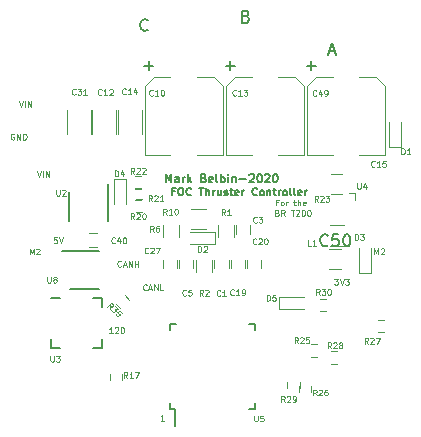
<source format=gto>
G04 #@! TF.GenerationSoftware,KiCad,Pcbnew,(5.1.5)-3*
G04 #@! TF.CreationDate,2020-04-05T02:52:48-02:30*
G04 #@! TF.ProjectId,Thruster_Controller,54687275-7374-4657-925f-436f6e74726f,rev?*
G04 #@! TF.SameCoordinates,Original*
G04 #@! TF.FileFunction,Legend,Top*
G04 #@! TF.FilePolarity,Positive*
%FSLAX46Y46*%
G04 Gerber Fmt 4.6, Leading zero omitted, Abs format (unit mm)*
G04 Created by KiCad (PCBNEW (5.1.5)-3) date 2020-04-05 02:52:48*
%MOMM*%
%LPD*%
G04 APERTURE LIST*
%ADD10C,0.125000*%
%ADD11C,0.150000*%
%ADD12C,0.120000*%
G04 APERTURE END LIST*
D10*
X105526666Y-98566785D02*
X105360000Y-98566785D01*
X105360000Y-98828690D02*
X105360000Y-98328690D01*
X105598095Y-98328690D01*
X105860000Y-98828690D02*
X105812380Y-98804880D01*
X105788571Y-98781071D01*
X105764761Y-98733452D01*
X105764761Y-98590595D01*
X105788571Y-98542976D01*
X105812380Y-98519166D01*
X105860000Y-98495357D01*
X105931428Y-98495357D01*
X105979047Y-98519166D01*
X106002857Y-98542976D01*
X106026666Y-98590595D01*
X106026666Y-98733452D01*
X106002857Y-98781071D01*
X105979047Y-98804880D01*
X105931428Y-98828690D01*
X105860000Y-98828690D01*
X106240952Y-98828690D02*
X106240952Y-98495357D01*
X106240952Y-98590595D02*
X106264761Y-98542976D01*
X106288571Y-98519166D01*
X106336190Y-98495357D01*
X106383809Y-98495357D01*
X106860000Y-98495357D02*
X107050476Y-98495357D01*
X106931428Y-98328690D02*
X106931428Y-98757261D01*
X106955238Y-98804880D01*
X107002857Y-98828690D01*
X107050476Y-98828690D01*
X107217142Y-98828690D02*
X107217142Y-98328690D01*
X107431428Y-98828690D02*
X107431428Y-98566785D01*
X107407619Y-98519166D01*
X107360000Y-98495357D01*
X107288571Y-98495357D01*
X107240952Y-98519166D01*
X107217142Y-98542976D01*
X107860000Y-98804880D02*
X107812380Y-98828690D01*
X107717142Y-98828690D01*
X107669523Y-98804880D01*
X107645714Y-98757261D01*
X107645714Y-98566785D01*
X107669523Y-98519166D01*
X107717142Y-98495357D01*
X107812380Y-98495357D01*
X107860000Y-98519166D01*
X107883809Y-98566785D01*
X107883809Y-98614404D01*
X107645714Y-98662023D01*
X105490952Y-99441785D02*
X105562380Y-99465595D01*
X105586190Y-99489404D01*
X105610000Y-99537023D01*
X105610000Y-99608452D01*
X105586190Y-99656071D01*
X105562380Y-99679880D01*
X105514761Y-99703690D01*
X105324285Y-99703690D01*
X105324285Y-99203690D01*
X105490952Y-99203690D01*
X105538571Y-99227500D01*
X105562380Y-99251309D01*
X105586190Y-99298928D01*
X105586190Y-99346547D01*
X105562380Y-99394166D01*
X105538571Y-99417976D01*
X105490952Y-99441785D01*
X105324285Y-99441785D01*
X106110000Y-99703690D02*
X105943333Y-99465595D01*
X105824285Y-99703690D02*
X105824285Y-99203690D01*
X106014761Y-99203690D01*
X106062380Y-99227500D01*
X106086190Y-99251309D01*
X106110000Y-99298928D01*
X106110000Y-99370357D01*
X106086190Y-99417976D01*
X106062380Y-99441785D01*
X106014761Y-99465595D01*
X105824285Y-99465595D01*
X106633809Y-99203690D02*
X106919523Y-99203690D01*
X106776666Y-99703690D02*
X106776666Y-99203690D01*
X107062380Y-99251309D02*
X107086190Y-99227500D01*
X107133809Y-99203690D01*
X107252857Y-99203690D01*
X107300476Y-99227500D01*
X107324285Y-99251309D01*
X107348095Y-99298928D01*
X107348095Y-99346547D01*
X107324285Y-99417976D01*
X107038571Y-99703690D01*
X107348095Y-99703690D01*
X107657619Y-99203690D02*
X107705238Y-99203690D01*
X107752857Y-99227500D01*
X107776666Y-99251309D01*
X107800476Y-99298928D01*
X107824285Y-99394166D01*
X107824285Y-99513214D01*
X107800476Y-99608452D01*
X107776666Y-99656071D01*
X107752857Y-99679880D01*
X107705238Y-99703690D01*
X107657619Y-99703690D01*
X107610000Y-99679880D01*
X107586190Y-99656071D01*
X107562380Y-99608452D01*
X107538571Y-99513214D01*
X107538571Y-99394166D01*
X107562380Y-99298928D01*
X107586190Y-99251309D01*
X107610000Y-99227500D01*
X107657619Y-99203690D01*
X108133809Y-99203690D02*
X108181428Y-99203690D01*
X108229047Y-99227500D01*
X108252857Y-99251309D01*
X108276666Y-99298928D01*
X108300476Y-99394166D01*
X108300476Y-99513214D01*
X108276666Y-99608452D01*
X108252857Y-99656071D01*
X108229047Y-99679880D01*
X108181428Y-99703690D01*
X108133809Y-99703690D01*
X108086190Y-99679880D01*
X108062380Y-99656071D01*
X108038571Y-99608452D01*
X108014761Y-99513214D01*
X108014761Y-99394166D01*
X108038571Y-99298928D01*
X108062380Y-99251309D01*
X108086190Y-99227500D01*
X108133809Y-99203690D01*
D11*
X96802380Y-97643571D02*
X96585714Y-97643571D01*
X96585714Y-97984047D02*
X96585714Y-97334047D01*
X96895238Y-97334047D01*
X97266666Y-97334047D02*
X97390476Y-97334047D01*
X97452380Y-97365000D01*
X97514285Y-97426904D01*
X97545238Y-97550714D01*
X97545238Y-97767380D01*
X97514285Y-97891190D01*
X97452380Y-97953095D01*
X97390476Y-97984047D01*
X97266666Y-97984047D01*
X97204761Y-97953095D01*
X97142857Y-97891190D01*
X97111904Y-97767380D01*
X97111904Y-97550714D01*
X97142857Y-97426904D01*
X97204761Y-97365000D01*
X97266666Y-97334047D01*
X98195238Y-97922142D02*
X98164285Y-97953095D01*
X98071428Y-97984047D01*
X98009523Y-97984047D01*
X97916666Y-97953095D01*
X97854761Y-97891190D01*
X97823809Y-97829285D01*
X97792857Y-97705476D01*
X97792857Y-97612619D01*
X97823809Y-97488809D01*
X97854761Y-97426904D01*
X97916666Y-97365000D01*
X98009523Y-97334047D01*
X98071428Y-97334047D01*
X98164285Y-97365000D01*
X98195238Y-97395952D01*
X98876190Y-97334047D02*
X99247619Y-97334047D01*
X99061904Y-97984047D02*
X99061904Y-97334047D01*
X99464285Y-97984047D02*
X99464285Y-97334047D01*
X99742857Y-97984047D02*
X99742857Y-97643571D01*
X99711904Y-97581666D01*
X99649999Y-97550714D01*
X99557142Y-97550714D01*
X99495238Y-97581666D01*
X99464285Y-97612619D01*
X100052380Y-97984047D02*
X100052380Y-97550714D01*
X100052380Y-97674523D02*
X100083333Y-97612619D01*
X100114285Y-97581666D01*
X100176190Y-97550714D01*
X100238095Y-97550714D01*
X100733333Y-97550714D02*
X100733333Y-97984047D01*
X100454761Y-97550714D02*
X100454761Y-97891190D01*
X100485714Y-97953095D01*
X100547619Y-97984047D01*
X100640476Y-97984047D01*
X100702380Y-97953095D01*
X100733333Y-97922142D01*
X101011904Y-97953095D02*
X101073809Y-97984047D01*
X101197619Y-97984047D01*
X101259523Y-97953095D01*
X101290476Y-97891190D01*
X101290476Y-97860238D01*
X101259523Y-97798333D01*
X101197619Y-97767380D01*
X101104761Y-97767380D01*
X101042857Y-97736428D01*
X101011904Y-97674523D01*
X101011904Y-97643571D01*
X101042857Y-97581666D01*
X101104761Y-97550714D01*
X101197619Y-97550714D01*
X101259523Y-97581666D01*
X101476190Y-97550714D02*
X101723809Y-97550714D01*
X101569047Y-97334047D02*
X101569047Y-97891190D01*
X101599999Y-97953095D01*
X101661904Y-97984047D01*
X101723809Y-97984047D01*
X102188095Y-97953095D02*
X102126190Y-97984047D01*
X102002380Y-97984047D01*
X101940476Y-97953095D01*
X101909523Y-97891190D01*
X101909523Y-97643571D01*
X101940476Y-97581666D01*
X102002380Y-97550714D01*
X102126190Y-97550714D01*
X102188095Y-97581666D01*
X102219047Y-97643571D01*
X102219047Y-97705476D01*
X101909523Y-97767380D01*
X102497619Y-97984047D02*
X102497619Y-97550714D01*
X102497619Y-97674523D02*
X102528571Y-97612619D01*
X102559523Y-97581666D01*
X102621428Y-97550714D01*
X102683333Y-97550714D01*
X103766666Y-97922142D02*
X103735714Y-97953095D01*
X103642857Y-97984047D01*
X103580952Y-97984047D01*
X103488095Y-97953095D01*
X103426190Y-97891190D01*
X103395238Y-97829285D01*
X103364285Y-97705476D01*
X103364285Y-97612619D01*
X103395238Y-97488809D01*
X103426190Y-97426904D01*
X103488095Y-97365000D01*
X103580952Y-97334047D01*
X103642857Y-97334047D01*
X103735714Y-97365000D01*
X103766666Y-97395952D01*
X104138095Y-97984047D02*
X104076190Y-97953095D01*
X104045238Y-97922142D01*
X104014285Y-97860238D01*
X104014285Y-97674523D01*
X104045238Y-97612619D01*
X104076190Y-97581666D01*
X104138095Y-97550714D01*
X104230952Y-97550714D01*
X104292857Y-97581666D01*
X104323809Y-97612619D01*
X104354761Y-97674523D01*
X104354761Y-97860238D01*
X104323809Y-97922142D01*
X104292857Y-97953095D01*
X104230952Y-97984047D01*
X104138095Y-97984047D01*
X104633333Y-97550714D02*
X104633333Y-97984047D01*
X104633333Y-97612619D02*
X104664285Y-97581666D01*
X104726190Y-97550714D01*
X104819047Y-97550714D01*
X104880952Y-97581666D01*
X104911904Y-97643571D01*
X104911904Y-97984047D01*
X105128571Y-97550714D02*
X105376190Y-97550714D01*
X105221428Y-97334047D02*
X105221428Y-97891190D01*
X105252380Y-97953095D01*
X105314285Y-97984047D01*
X105376190Y-97984047D01*
X105592857Y-97984047D02*
X105592857Y-97550714D01*
X105592857Y-97674523D02*
X105623809Y-97612619D01*
X105654761Y-97581666D01*
X105716666Y-97550714D01*
X105778571Y-97550714D01*
X106088095Y-97984047D02*
X106026190Y-97953095D01*
X105995238Y-97922142D01*
X105964285Y-97860238D01*
X105964285Y-97674523D01*
X105995238Y-97612619D01*
X106026190Y-97581666D01*
X106088095Y-97550714D01*
X106180952Y-97550714D01*
X106242857Y-97581666D01*
X106273809Y-97612619D01*
X106304761Y-97674523D01*
X106304761Y-97860238D01*
X106273809Y-97922142D01*
X106242857Y-97953095D01*
X106180952Y-97984047D01*
X106088095Y-97984047D01*
X106676190Y-97984047D02*
X106614285Y-97953095D01*
X106583333Y-97891190D01*
X106583333Y-97334047D01*
X107016666Y-97984047D02*
X106954761Y-97953095D01*
X106923809Y-97891190D01*
X106923809Y-97334047D01*
X107511904Y-97953095D02*
X107449999Y-97984047D01*
X107326190Y-97984047D01*
X107264285Y-97953095D01*
X107233333Y-97891190D01*
X107233333Y-97643571D01*
X107264285Y-97581666D01*
X107326190Y-97550714D01*
X107449999Y-97550714D01*
X107511904Y-97581666D01*
X107542857Y-97643571D01*
X107542857Y-97705476D01*
X107233333Y-97767380D01*
X107821428Y-97984047D02*
X107821428Y-97550714D01*
X107821428Y-97674523D02*
X107852380Y-97612619D01*
X107883333Y-97581666D01*
X107945238Y-97550714D01*
X108007142Y-97550714D01*
D10*
X85172380Y-95936190D02*
X85339047Y-96436190D01*
X85505714Y-95936190D01*
X85672380Y-96436190D02*
X85672380Y-95936190D01*
X85910476Y-96436190D02*
X85910476Y-95936190D01*
X86196190Y-96436190D01*
X86196190Y-95936190D01*
X86804761Y-101516190D02*
X86566666Y-101516190D01*
X86542857Y-101754285D01*
X86566666Y-101730476D01*
X86614285Y-101706666D01*
X86733333Y-101706666D01*
X86780952Y-101730476D01*
X86804761Y-101754285D01*
X86828571Y-101801904D01*
X86828571Y-101920952D01*
X86804761Y-101968571D01*
X86780952Y-101992380D01*
X86733333Y-102016190D01*
X86614285Y-102016190D01*
X86566666Y-101992380D01*
X86542857Y-101968571D01*
X86971428Y-101516190D02*
X87138095Y-102016190D01*
X87304761Y-101516190D01*
X84525238Y-102976190D02*
X84525238Y-102476190D01*
X84691904Y-102833333D01*
X84858571Y-102476190D01*
X84858571Y-102976190D01*
X85072857Y-102523809D02*
X85096666Y-102500000D01*
X85144285Y-102476190D01*
X85263333Y-102476190D01*
X85310952Y-102500000D01*
X85334761Y-102523809D01*
X85358571Y-102571428D01*
X85358571Y-102619047D01*
X85334761Y-102690476D01*
X85049047Y-102976190D01*
X85358571Y-102976190D01*
X91556666Y-109636190D02*
X91270952Y-109636190D01*
X91413809Y-109636190D02*
X91413809Y-109136190D01*
X91366190Y-109207619D01*
X91318571Y-109255238D01*
X91270952Y-109279047D01*
X91747142Y-109183809D02*
X91770952Y-109160000D01*
X91818571Y-109136190D01*
X91937619Y-109136190D01*
X91985238Y-109160000D01*
X92009047Y-109183809D01*
X92032857Y-109231428D01*
X92032857Y-109279047D01*
X92009047Y-109350476D01*
X91723333Y-109636190D01*
X92032857Y-109636190D01*
X92342380Y-109136190D02*
X92390000Y-109136190D01*
X92437619Y-109160000D01*
X92461428Y-109183809D01*
X92485238Y-109231428D01*
X92509047Y-109326666D01*
X92509047Y-109445714D01*
X92485238Y-109540952D01*
X92461428Y-109588571D01*
X92437619Y-109612380D01*
X92390000Y-109636190D01*
X92342380Y-109636190D01*
X92294761Y-109612380D01*
X92270952Y-109588571D01*
X92247142Y-109540952D01*
X92223333Y-109445714D01*
X92223333Y-109326666D01*
X92247142Y-109231428D01*
X92270952Y-109183809D01*
X92294761Y-109160000D01*
X92342380Y-109136190D01*
X92256666Y-103958571D02*
X92232857Y-103982380D01*
X92161428Y-104006190D01*
X92113809Y-104006190D01*
X92042380Y-103982380D01*
X91994761Y-103934761D01*
X91970952Y-103887142D01*
X91947142Y-103791904D01*
X91947142Y-103720476D01*
X91970952Y-103625238D01*
X91994761Y-103577619D01*
X92042380Y-103530000D01*
X92113809Y-103506190D01*
X92161428Y-103506190D01*
X92232857Y-103530000D01*
X92256666Y-103553809D01*
X92447142Y-103863333D02*
X92685238Y-103863333D01*
X92399523Y-104006190D02*
X92566190Y-103506190D01*
X92732857Y-104006190D01*
X92899523Y-104006190D02*
X92899523Y-103506190D01*
X93185238Y-104006190D01*
X93185238Y-103506190D01*
X93423333Y-104006190D02*
X93423333Y-103506190D01*
X93423333Y-103744285D02*
X93709047Y-103744285D01*
X93709047Y-104006190D02*
X93709047Y-103506190D01*
X94426190Y-105958571D02*
X94402380Y-105982380D01*
X94330952Y-106006190D01*
X94283333Y-106006190D01*
X94211904Y-105982380D01*
X94164285Y-105934761D01*
X94140476Y-105887142D01*
X94116666Y-105791904D01*
X94116666Y-105720476D01*
X94140476Y-105625238D01*
X94164285Y-105577619D01*
X94211904Y-105530000D01*
X94283333Y-105506190D01*
X94330952Y-105506190D01*
X94402380Y-105530000D01*
X94426190Y-105553809D01*
X94616666Y-105863333D02*
X94854761Y-105863333D01*
X94569047Y-106006190D02*
X94735714Y-105506190D01*
X94902380Y-106006190D01*
X95069047Y-106006190D02*
X95069047Y-105506190D01*
X95354761Y-106006190D01*
X95354761Y-105506190D01*
X95830952Y-106006190D02*
X95592857Y-106006190D01*
X95592857Y-105506190D01*
X95892857Y-117046190D02*
X95607142Y-117046190D01*
X95750000Y-117046190D02*
X95750000Y-116546190D01*
X95702380Y-116617619D01*
X95654761Y-116665238D01*
X95607142Y-116689047D01*
X110320952Y-105036190D02*
X110630476Y-105036190D01*
X110463809Y-105226666D01*
X110535238Y-105226666D01*
X110582857Y-105250476D01*
X110606666Y-105274285D01*
X110630476Y-105321904D01*
X110630476Y-105440952D01*
X110606666Y-105488571D01*
X110582857Y-105512380D01*
X110535238Y-105536190D01*
X110392380Y-105536190D01*
X110344761Y-105512380D01*
X110320952Y-105488571D01*
X110773333Y-105036190D02*
X110940000Y-105536190D01*
X111106666Y-105036190D01*
X111225714Y-105036190D02*
X111535238Y-105036190D01*
X111368571Y-105226666D01*
X111440000Y-105226666D01*
X111487619Y-105250476D01*
X111511428Y-105274285D01*
X111535238Y-105321904D01*
X111535238Y-105440952D01*
X111511428Y-105488571D01*
X111487619Y-105512380D01*
X111440000Y-105536190D01*
X111297142Y-105536190D01*
X111249523Y-105512380D01*
X111225714Y-105488571D01*
X113715238Y-102966190D02*
X113715238Y-102466190D01*
X113881904Y-102823333D01*
X114048571Y-102466190D01*
X114048571Y-102966190D01*
X114262857Y-102513809D02*
X114286666Y-102490000D01*
X114334285Y-102466190D01*
X114453333Y-102466190D01*
X114500952Y-102490000D01*
X114524761Y-102513809D01*
X114548571Y-102561428D01*
X114548571Y-102609047D01*
X114524761Y-102680476D01*
X114239047Y-102966190D01*
X114548571Y-102966190D01*
D11*
X109871904Y-85776666D02*
X110348095Y-85776666D01*
X109776666Y-86062380D02*
X110110000Y-85062380D01*
X110443333Y-86062380D01*
X102851428Y-82818571D02*
X102994285Y-82866190D01*
X103041904Y-82913809D01*
X103089523Y-83009047D01*
X103089523Y-83151904D01*
X103041904Y-83247142D01*
X102994285Y-83294761D01*
X102899047Y-83342380D01*
X102518095Y-83342380D01*
X102518095Y-82342380D01*
X102851428Y-82342380D01*
X102946666Y-82390000D01*
X102994285Y-82437619D01*
X103041904Y-82532857D01*
X103041904Y-82628095D01*
X102994285Y-82723333D01*
X102946666Y-82770952D01*
X102851428Y-82818571D01*
X102518095Y-82818571D01*
X94509523Y-83947142D02*
X94461904Y-83994761D01*
X94319047Y-84042380D01*
X94223809Y-84042380D01*
X94080952Y-83994761D01*
X93985714Y-83899523D01*
X93938095Y-83804285D01*
X93890476Y-83613809D01*
X93890476Y-83470952D01*
X93938095Y-83280476D01*
X93985714Y-83185238D01*
X94080952Y-83090000D01*
X94223809Y-83042380D01*
X94319047Y-83042380D01*
X94461904Y-83090000D01*
X94509523Y-83137619D01*
D10*
X83652380Y-90006190D02*
X83819047Y-90506190D01*
X83985714Y-90006190D01*
X84152380Y-90506190D02*
X84152380Y-90006190D01*
X84390476Y-90506190D02*
X84390476Y-90006190D01*
X84676190Y-90506190D01*
X84676190Y-90006190D01*
X83209047Y-92770000D02*
X83161428Y-92746190D01*
X83090000Y-92746190D01*
X83018571Y-92770000D01*
X82970952Y-92817619D01*
X82947142Y-92865238D01*
X82923333Y-92960476D01*
X82923333Y-93031904D01*
X82947142Y-93127142D01*
X82970952Y-93174761D01*
X83018571Y-93222380D01*
X83090000Y-93246190D01*
X83137619Y-93246190D01*
X83209047Y-93222380D01*
X83232857Y-93198571D01*
X83232857Y-93031904D01*
X83137619Y-93031904D01*
X83447142Y-93246190D02*
X83447142Y-92746190D01*
X83732857Y-93246190D01*
X83732857Y-92746190D01*
X83970952Y-93246190D02*
X83970952Y-92746190D01*
X84090000Y-92746190D01*
X84161428Y-92770000D01*
X84209047Y-92817619D01*
X84232857Y-92865238D01*
X84256666Y-92960476D01*
X84256666Y-93031904D01*
X84232857Y-93127142D01*
X84209047Y-93174761D01*
X84161428Y-93222380D01*
X84090000Y-93246190D01*
X83970952Y-93246190D01*
D11*
X96053333Y-96866666D02*
X96053333Y-96166666D01*
X96286666Y-96666666D01*
X96520000Y-96166666D01*
X96520000Y-96866666D01*
X97153333Y-96866666D02*
X97153333Y-96500000D01*
X97120000Y-96433333D01*
X97053333Y-96400000D01*
X96920000Y-96400000D01*
X96853333Y-96433333D01*
X97153333Y-96833333D02*
X97086666Y-96866666D01*
X96920000Y-96866666D01*
X96853333Y-96833333D01*
X96820000Y-96766666D01*
X96820000Y-96700000D01*
X96853333Y-96633333D01*
X96920000Y-96600000D01*
X97086666Y-96600000D01*
X97153333Y-96566666D01*
X97486666Y-96866666D02*
X97486666Y-96400000D01*
X97486666Y-96533333D02*
X97520000Y-96466666D01*
X97553333Y-96433333D01*
X97620000Y-96400000D01*
X97686666Y-96400000D01*
X97920000Y-96866666D02*
X97920000Y-96166666D01*
X97986666Y-96600000D02*
X98186666Y-96866666D01*
X98186666Y-96400000D02*
X97920000Y-96666666D01*
X99253333Y-96500000D02*
X99353333Y-96533333D01*
X99386666Y-96566666D01*
X99420000Y-96633333D01*
X99420000Y-96733333D01*
X99386666Y-96800000D01*
X99353333Y-96833333D01*
X99286666Y-96866666D01*
X99020000Y-96866666D01*
X99020000Y-96166666D01*
X99253333Y-96166666D01*
X99320000Y-96200000D01*
X99353333Y-96233333D01*
X99386666Y-96300000D01*
X99386666Y-96366666D01*
X99353333Y-96433333D01*
X99320000Y-96466666D01*
X99253333Y-96500000D01*
X99020000Y-96500000D01*
X99986666Y-96833333D02*
X99920000Y-96866666D01*
X99786666Y-96866666D01*
X99720000Y-96833333D01*
X99686666Y-96766666D01*
X99686666Y-96500000D01*
X99720000Y-96433333D01*
X99786666Y-96400000D01*
X99920000Y-96400000D01*
X99986666Y-96433333D01*
X100020000Y-96500000D01*
X100020000Y-96566666D01*
X99686666Y-96633333D01*
X100420000Y-96866666D02*
X100353333Y-96833333D01*
X100320000Y-96766666D01*
X100320000Y-96166666D01*
X100686666Y-96866666D02*
X100686666Y-96166666D01*
X100686666Y-96433333D02*
X100753333Y-96400000D01*
X100886666Y-96400000D01*
X100953333Y-96433333D01*
X100986666Y-96466666D01*
X101020000Y-96533333D01*
X101020000Y-96733333D01*
X100986666Y-96800000D01*
X100953333Y-96833333D01*
X100886666Y-96866666D01*
X100753333Y-96866666D01*
X100686666Y-96833333D01*
X101320000Y-96866666D02*
X101320000Y-96400000D01*
X101320000Y-96166666D02*
X101286666Y-96200000D01*
X101320000Y-96233333D01*
X101353333Y-96200000D01*
X101320000Y-96166666D01*
X101320000Y-96233333D01*
X101653333Y-96400000D02*
X101653333Y-96866666D01*
X101653333Y-96466666D02*
X101686666Y-96433333D01*
X101753333Y-96400000D01*
X101853333Y-96400000D01*
X101920000Y-96433333D01*
X101953333Y-96500000D01*
X101953333Y-96866666D01*
X102286666Y-96600000D02*
X102820000Y-96600000D01*
X103120000Y-96233333D02*
X103153333Y-96200000D01*
X103220000Y-96166666D01*
X103386666Y-96166666D01*
X103453333Y-96200000D01*
X103486666Y-96233333D01*
X103520000Y-96300000D01*
X103520000Y-96366666D01*
X103486666Y-96466666D01*
X103086666Y-96866666D01*
X103520000Y-96866666D01*
X103953333Y-96166666D02*
X104020000Y-96166666D01*
X104086666Y-96200000D01*
X104120000Y-96233333D01*
X104153333Y-96300000D01*
X104186666Y-96433333D01*
X104186666Y-96600000D01*
X104153333Y-96733333D01*
X104120000Y-96800000D01*
X104086666Y-96833333D01*
X104020000Y-96866666D01*
X103953333Y-96866666D01*
X103886666Y-96833333D01*
X103853333Y-96800000D01*
X103820000Y-96733333D01*
X103786666Y-96600000D01*
X103786666Y-96433333D01*
X103820000Y-96300000D01*
X103853333Y-96233333D01*
X103886666Y-96200000D01*
X103953333Y-96166666D01*
X104453333Y-96233333D02*
X104486666Y-96200000D01*
X104553333Y-96166666D01*
X104720000Y-96166666D01*
X104786666Y-96200000D01*
X104820000Y-96233333D01*
X104853333Y-96300000D01*
X104853333Y-96366666D01*
X104820000Y-96466666D01*
X104420000Y-96866666D01*
X104853333Y-96866666D01*
X105286666Y-96166666D02*
X105353333Y-96166666D01*
X105420000Y-96200000D01*
X105453333Y-96233333D01*
X105486666Y-96300000D01*
X105520000Y-96433333D01*
X105520000Y-96600000D01*
X105486666Y-96733333D01*
X105453333Y-96800000D01*
X105420000Y-96833333D01*
X105353333Y-96866666D01*
X105286666Y-96866666D01*
X105220000Y-96833333D01*
X105186666Y-96800000D01*
X105153333Y-96733333D01*
X105120000Y-96600000D01*
X105120000Y-96433333D01*
X105153333Y-96300000D01*
X105186666Y-96233333D01*
X105220000Y-96200000D01*
X105286666Y-96166666D01*
X96825000Y-116100000D02*
X96825000Y-117475000D01*
X96375000Y-108850000D02*
X96375000Y-109375000D01*
X103625000Y-108850000D02*
X103625000Y-109375000D01*
X103625000Y-116100000D02*
X103625000Y-115575000D01*
X96375000Y-116100000D02*
X96375000Y-115575000D01*
X103625000Y-116100000D02*
X103100000Y-116100000D01*
X103625000Y-108850000D02*
X103100000Y-108850000D01*
X96375000Y-108850000D02*
X96900000Y-108850000D01*
X96375000Y-116100000D02*
X96825000Y-116100000D01*
D12*
X100160000Y-104140000D02*
X100160000Y-103440000D01*
X101360000Y-103440000D02*
X101360000Y-104140000D01*
X102000000Y-101225000D02*
X102000000Y-100525000D01*
X103200000Y-100525000D02*
X103200000Y-101225000D01*
X98370000Y-103430000D02*
X98370000Y-104130000D01*
X97170000Y-104130000D02*
X97170000Y-103430000D01*
X101550000Y-104125000D02*
X101550000Y-103425000D01*
X102750000Y-103425000D02*
X102750000Y-104125000D01*
X102950000Y-104125000D02*
X102950000Y-103425000D01*
X104150000Y-103425000D02*
X104150000Y-104125000D01*
X95775000Y-104125000D02*
X95775000Y-103425000D01*
X96975000Y-103425000D02*
X96975000Y-104125000D01*
X100235000Y-102115000D02*
X98135000Y-102115000D01*
X100235000Y-101115000D02*
X98135000Y-101115000D01*
X100235000Y-102115000D02*
X100235000Y-101115000D01*
X112400000Y-104550000D02*
X112400000Y-102450000D01*
X113400000Y-104550000D02*
X113400000Y-102450000D01*
X112400000Y-104550000D02*
X113400000Y-104550000D01*
X101855000Y-100525000D02*
X101855000Y-101525000D01*
X100495000Y-101525000D02*
X100495000Y-100525000D01*
X99930000Y-103440000D02*
X99930000Y-104440000D01*
X98570000Y-104440000D02*
X98570000Y-103440000D01*
X97170000Y-100515000D02*
X97170000Y-101515000D01*
X95810000Y-101515000D02*
X95810000Y-100515000D01*
D11*
X90625000Y-106625000D02*
X89850000Y-106625000D01*
X90625000Y-110925000D02*
X89850000Y-110925000D01*
X86325000Y-110925000D02*
X87100000Y-110925000D01*
X86325000Y-106625000D02*
X87100000Y-106625000D01*
X90625000Y-110925000D02*
X90625000Y-110150000D01*
X86325000Y-110925000D02*
X86325000Y-110150000D01*
X90625000Y-106625000D02*
X90625000Y-107400000D01*
X91125000Y-96975000D02*
X91125000Y-100150000D01*
X87875000Y-97700000D02*
X87875000Y-100150000D01*
X87950000Y-105925000D02*
X90400000Y-105925000D01*
X87225000Y-102675000D02*
X90400000Y-102675000D01*
D12*
X114930000Y-93850000D02*
X114930000Y-91750000D01*
X115930000Y-93850000D02*
X115930000Y-91750000D01*
X114930000Y-93850000D02*
X115930000Y-93850000D01*
X111000000Y-96125000D02*
X110000000Y-96125000D01*
X110000000Y-97825000D02*
X111000000Y-97825000D01*
X111150000Y-102255000D02*
X109950000Y-102255000D01*
X109950000Y-100495000D02*
X111150000Y-100495000D01*
X111569999Y-97785001D02*
X112069999Y-97785001D01*
X112069999Y-97785001D02*
X112069999Y-98385001D01*
X94000000Y-98320000D02*
X93500000Y-98320000D01*
X93500000Y-99380000D02*
X94000000Y-99380000D01*
X93975000Y-97345000D02*
X93475000Y-97345000D01*
X93475000Y-98405000D02*
X93975000Y-98405000D01*
X93475000Y-97430000D02*
X93975000Y-97430000D01*
X93975000Y-96370000D02*
X93475000Y-96370000D01*
X108875000Y-110595000D02*
X108375000Y-110595000D01*
X108375000Y-111655000D02*
X108875000Y-111655000D01*
X108380000Y-114600000D02*
X108380000Y-114100000D01*
X107320000Y-114100000D02*
X107320000Y-114600000D01*
X114025000Y-109580000D02*
X114525000Y-109580000D01*
X114525000Y-108520000D02*
X114025000Y-108520000D01*
X110550000Y-111170000D02*
X110050000Y-111170000D01*
X110050000Y-112230000D02*
X110550000Y-112230000D01*
X106345000Y-113750000D02*
X106345000Y-114250000D01*
X107405000Y-114250000D02*
X107405000Y-113750000D01*
X109100000Y-107780000D02*
X109600000Y-107780000D01*
X109600000Y-106720000D02*
X109100000Y-106720000D01*
X89550000Y-101175000D02*
X90250000Y-101175000D01*
X90250000Y-102375000D02*
X89550000Y-102375000D01*
X92355000Y-113625000D02*
X92355000Y-113125000D01*
X91295000Y-113125000D02*
X91295000Y-113625000D01*
X92951543Y-106802010D02*
X92597990Y-106448457D01*
X91848457Y-107197990D02*
X92202010Y-107551543D01*
X92675000Y-96600000D02*
X91675000Y-96600000D01*
X91675000Y-96600000D02*
X91675000Y-98700000D01*
X92675000Y-96600000D02*
X92675000Y-98700000D01*
X105625000Y-106575000D02*
X107725000Y-106575000D01*
X105625000Y-107575000D02*
X107725000Y-107575000D01*
X105625000Y-106575000D02*
X105625000Y-107575000D01*
X109900000Y-104180000D02*
X110900000Y-104180000D01*
X110900000Y-102480000D02*
X109900000Y-102480000D01*
X98220000Y-99100000D02*
X99420000Y-99100000D01*
X99420000Y-100860000D02*
X98220000Y-100860000D01*
X100850000Y-88745000D02*
X100850000Y-94585000D01*
X100090000Y-87985000D02*
X100850000Y-88745000D01*
X94250000Y-88745000D02*
X95010000Y-87985000D01*
X94250000Y-94585000D02*
X94250000Y-88745000D01*
X100090000Y-87985000D02*
X98670000Y-87985000D01*
X95010000Y-87985000D02*
X96430000Y-87985000D01*
X100850000Y-94585000D02*
X98670000Y-94585000D01*
X94250000Y-94585000D02*
X96430000Y-94585000D01*
X91870000Y-92750000D02*
X91870000Y-90750000D01*
X89830000Y-90750000D02*
X89830000Y-92750000D01*
X101125000Y-94575000D02*
X103305000Y-94575000D01*
X107725000Y-94575000D02*
X105545000Y-94575000D01*
X101885000Y-87975000D02*
X103305000Y-87975000D01*
X106965000Y-87975000D02*
X105545000Y-87975000D01*
X101125000Y-94575000D02*
X101125000Y-88735000D01*
X101125000Y-88735000D02*
X101885000Y-87975000D01*
X106965000Y-87975000D02*
X107725000Y-88735000D01*
X107725000Y-88735000D02*
X107725000Y-94575000D01*
X92005000Y-90750000D02*
X92005000Y-92750000D01*
X94045000Y-92750000D02*
X94045000Y-90750000D01*
X114600000Y-88735000D02*
X114600000Y-94575000D01*
X113840000Y-87975000D02*
X114600000Y-88735000D01*
X108000000Y-88735000D02*
X108760000Y-87975000D01*
X108000000Y-94575000D02*
X108000000Y-88735000D01*
X113840000Y-87975000D02*
X112420000Y-87975000D01*
X108760000Y-87975000D02*
X110180000Y-87975000D01*
X114600000Y-94575000D02*
X112420000Y-94575000D01*
X108000000Y-94575000D02*
X110180000Y-94575000D01*
X89695000Y-92750000D02*
X89695000Y-90750000D01*
X87655000Y-90750000D02*
X87655000Y-92750000D01*
D10*
X103539047Y-116616190D02*
X103539047Y-117020952D01*
X103562857Y-117068571D01*
X103586666Y-117092380D01*
X103634285Y-117116190D01*
X103729523Y-117116190D01*
X103777142Y-117092380D01*
X103800952Y-117068571D01*
X103824761Y-117020952D01*
X103824761Y-116616190D01*
X104300952Y-116616190D02*
X104062857Y-116616190D01*
X104039047Y-116854285D01*
X104062857Y-116830476D01*
X104110476Y-116806666D01*
X104229523Y-116806666D01*
X104277142Y-116830476D01*
X104300952Y-116854285D01*
X104324761Y-116901904D01*
X104324761Y-117020952D01*
X104300952Y-117068571D01*
X104277142Y-117092380D01*
X104229523Y-117116190D01*
X104110476Y-117116190D01*
X104062857Y-117092380D01*
X104039047Y-117068571D01*
X100656666Y-106448571D02*
X100632857Y-106472380D01*
X100561428Y-106496190D01*
X100513809Y-106496190D01*
X100442380Y-106472380D01*
X100394761Y-106424761D01*
X100370952Y-106377142D01*
X100347142Y-106281904D01*
X100347142Y-106210476D01*
X100370952Y-106115238D01*
X100394761Y-106067619D01*
X100442380Y-106020000D01*
X100513809Y-105996190D01*
X100561428Y-105996190D01*
X100632857Y-106020000D01*
X100656666Y-106043809D01*
X101132857Y-106496190D02*
X100847142Y-106496190D01*
X100990000Y-106496190D02*
X100990000Y-105996190D01*
X100942380Y-106067619D01*
X100894761Y-106115238D01*
X100847142Y-106139047D01*
X103756666Y-100238571D02*
X103732857Y-100262380D01*
X103661428Y-100286190D01*
X103613809Y-100286190D01*
X103542380Y-100262380D01*
X103494761Y-100214761D01*
X103470952Y-100167142D01*
X103447142Y-100071904D01*
X103447142Y-100000476D01*
X103470952Y-99905238D01*
X103494761Y-99857619D01*
X103542380Y-99810000D01*
X103613809Y-99786190D01*
X103661428Y-99786190D01*
X103732857Y-99810000D01*
X103756666Y-99833809D01*
X103923333Y-99786190D02*
X104232857Y-99786190D01*
X104066190Y-99976666D01*
X104137619Y-99976666D01*
X104185238Y-100000476D01*
X104209047Y-100024285D01*
X104232857Y-100071904D01*
X104232857Y-100190952D01*
X104209047Y-100238571D01*
X104185238Y-100262380D01*
X104137619Y-100286190D01*
X103994761Y-100286190D01*
X103947142Y-100262380D01*
X103923333Y-100238571D01*
X97756666Y-106408571D02*
X97732857Y-106432380D01*
X97661428Y-106456190D01*
X97613809Y-106456190D01*
X97542380Y-106432380D01*
X97494761Y-106384761D01*
X97470952Y-106337142D01*
X97447142Y-106241904D01*
X97447142Y-106170476D01*
X97470952Y-106075238D01*
X97494761Y-106027619D01*
X97542380Y-105980000D01*
X97613809Y-105956190D01*
X97661428Y-105956190D01*
X97732857Y-105980000D01*
X97756666Y-106003809D01*
X98209047Y-105956190D02*
X97970952Y-105956190D01*
X97947142Y-106194285D01*
X97970952Y-106170476D01*
X98018571Y-106146666D01*
X98137619Y-106146666D01*
X98185238Y-106170476D01*
X98209047Y-106194285D01*
X98232857Y-106241904D01*
X98232857Y-106360952D01*
X98209047Y-106408571D01*
X98185238Y-106432380D01*
X98137619Y-106456190D01*
X98018571Y-106456190D01*
X97970952Y-106432380D01*
X97947142Y-106408571D01*
X101808571Y-106388571D02*
X101784761Y-106412380D01*
X101713333Y-106436190D01*
X101665714Y-106436190D01*
X101594285Y-106412380D01*
X101546666Y-106364761D01*
X101522857Y-106317142D01*
X101499047Y-106221904D01*
X101499047Y-106150476D01*
X101522857Y-106055238D01*
X101546666Y-106007619D01*
X101594285Y-105960000D01*
X101665714Y-105936190D01*
X101713333Y-105936190D01*
X101784761Y-105960000D01*
X101808571Y-105983809D01*
X102284761Y-106436190D02*
X101999047Y-106436190D01*
X102141904Y-106436190D02*
X102141904Y-105936190D01*
X102094285Y-106007619D01*
X102046666Y-106055238D01*
X101999047Y-106079047D01*
X102522857Y-106436190D02*
X102618095Y-106436190D01*
X102665714Y-106412380D01*
X102689523Y-106388571D01*
X102737142Y-106317142D01*
X102760952Y-106221904D01*
X102760952Y-106031428D01*
X102737142Y-105983809D01*
X102713333Y-105960000D01*
X102665714Y-105936190D01*
X102570476Y-105936190D01*
X102522857Y-105960000D01*
X102499047Y-105983809D01*
X102475238Y-106031428D01*
X102475238Y-106150476D01*
X102499047Y-106198095D01*
X102522857Y-106221904D01*
X102570476Y-106245714D01*
X102665714Y-106245714D01*
X102713333Y-106221904D01*
X102737142Y-106198095D01*
X102760952Y-106150476D01*
X103708571Y-102058571D02*
X103684761Y-102082380D01*
X103613333Y-102106190D01*
X103565714Y-102106190D01*
X103494285Y-102082380D01*
X103446666Y-102034761D01*
X103422857Y-101987142D01*
X103399047Y-101891904D01*
X103399047Y-101820476D01*
X103422857Y-101725238D01*
X103446666Y-101677619D01*
X103494285Y-101630000D01*
X103565714Y-101606190D01*
X103613333Y-101606190D01*
X103684761Y-101630000D01*
X103708571Y-101653809D01*
X103899047Y-101653809D02*
X103922857Y-101630000D01*
X103970476Y-101606190D01*
X104089523Y-101606190D01*
X104137142Y-101630000D01*
X104160952Y-101653809D01*
X104184761Y-101701428D01*
X104184761Y-101749047D01*
X104160952Y-101820476D01*
X103875238Y-102106190D01*
X104184761Y-102106190D01*
X104494285Y-101606190D02*
X104541904Y-101606190D01*
X104589523Y-101630000D01*
X104613333Y-101653809D01*
X104637142Y-101701428D01*
X104660952Y-101796666D01*
X104660952Y-101915714D01*
X104637142Y-102010952D01*
X104613333Y-102058571D01*
X104589523Y-102082380D01*
X104541904Y-102106190D01*
X104494285Y-102106190D01*
X104446666Y-102082380D01*
X104422857Y-102058571D01*
X104399047Y-102010952D01*
X104375238Y-101915714D01*
X104375238Y-101796666D01*
X104399047Y-101701428D01*
X104422857Y-101653809D01*
X104446666Y-101630000D01*
X104494285Y-101606190D01*
X94558571Y-102848571D02*
X94534761Y-102872380D01*
X94463333Y-102896190D01*
X94415714Y-102896190D01*
X94344285Y-102872380D01*
X94296666Y-102824761D01*
X94272857Y-102777142D01*
X94249047Y-102681904D01*
X94249047Y-102610476D01*
X94272857Y-102515238D01*
X94296666Y-102467619D01*
X94344285Y-102420000D01*
X94415714Y-102396190D01*
X94463333Y-102396190D01*
X94534761Y-102420000D01*
X94558571Y-102443809D01*
X94749047Y-102443809D02*
X94772857Y-102420000D01*
X94820476Y-102396190D01*
X94939523Y-102396190D01*
X94987142Y-102420000D01*
X95010952Y-102443809D01*
X95034761Y-102491428D01*
X95034761Y-102539047D01*
X95010952Y-102610476D01*
X94725238Y-102896190D01*
X95034761Y-102896190D01*
X95201428Y-102396190D02*
X95534761Y-102396190D01*
X95320476Y-102896190D01*
X98780952Y-102766190D02*
X98780952Y-102266190D01*
X98900000Y-102266190D01*
X98971428Y-102290000D01*
X99019047Y-102337619D01*
X99042857Y-102385238D01*
X99066666Y-102480476D01*
X99066666Y-102551904D01*
X99042857Y-102647142D01*
X99019047Y-102694761D01*
X98971428Y-102742380D01*
X98900000Y-102766190D01*
X98780952Y-102766190D01*
X99257142Y-102313809D02*
X99280952Y-102290000D01*
X99328571Y-102266190D01*
X99447619Y-102266190D01*
X99495238Y-102290000D01*
X99519047Y-102313809D01*
X99542857Y-102361428D01*
X99542857Y-102409047D01*
X99519047Y-102480476D01*
X99233333Y-102766190D01*
X99542857Y-102766190D01*
X112070952Y-101746190D02*
X112070952Y-101246190D01*
X112190000Y-101246190D01*
X112261428Y-101270000D01*
X112309047Y-101317619D01*
X112332857Y-101365238D01*
X112356666Y-101460476D01*
X112356666Y-101531904D01*
X112332857Y-101627142D01*
X112309047Y-101674761D01*
X112261428Y-101722380D01*
X112190000Y-101746190D01*
X112070952Y-101746190D01*
X112523333Y-101246190D02*
X112832857Y-101246190D01*
X112666190Y-101436666D01*
X112737619Y-101436666D01*
X112785238Y-101460476D01*
X112809047Y-101484285D01*
X112832857Y-101531904D01*
X112832857Y-101650952D01*
X112809047Y-101698571D01*
X112785238Y-101722380D01*
X112737619Y-101746190D01*
X112594761Y-101746190D01*
X112547142Y-101722380D01*
X112523333Y-101698571D01*
X101056666Y-99646190D02*
X100890000Y-99408095D01*
X100770952Y-99646190D02*
X100770952Y-99146190D01*
X100961428Y-99146190D01*
X101009047Y-99170000D01*
X101032857Y-99193809D01*
X101056666Y-99241428D01*
X101056666Y-99312857D01*
X101032857Y-99360476D01*
X101009047Y-99384285D01*
X100961428Y-99408095D01*
X100770952Y-99408095D01*
X101532857Y-99646190D02*
X101247142Y-99646190D01*
X101390000Y-99646190D02*
X101390000Y-99146190D01*
X101342380Y-99217619D01*
X101294761Y-99265238D01*
X101247142Y-99289047D01*
X99201666Y-106471190D02*
X99035000Y-106233095D01*
X98915952Y-106471190D02*
X98915952Y-105971190D01*
X99106428Y-105971190D01*
X99154047Y-105995000D01*
X99177857Y-106018809D01*
X99201666Y-106066428D01*
X99201666Y-106137857D01*
X99177857Y-106185476D01*
X99154047Y-106209285D01*
X99106428Y-106233095D01*
X98915952Y-106233095D01*
X99392142Y-106018809D02*
X99415952Y-105995000D01*
X99463571Y-105971190D01*
X99582619Y-105971190D01*
X99630238Y-105995000D01*
X99654047Y-106018809D01*
X99677857Y-106066428D01*
X99677857Y-106114047D01*
X99654047Y-106185476D01*
X99368333Y-106471190D01*
X99677857Y-106471190D01*
X95016666Y-101046190D02*
X94850000Y-100808095D01*
X94730952Y-101046190D02*
X94730952Y-100546190D01*
X94921428Y-100546190D01*
X94969047Y-100570000D01*
X94992857Y-100593809D01*
X95016666Y-100641428D01*
X95016666Y-100712857D01*
X94992857Y-100760476D01*
X94969047Y-100784285D01*
X94921428Y-100808095D01*
X94730952Y-100808095D01*
X95445238Y-100546190D02*
X95350000Y-100546190D01*
X95302380Y-100570000D01*
X95278571Y-100593809D01*
X95230952Y-100665238D01*
X95207142Y-100760476D01*
X95207142Y-100950952D01*
X95230952Y-100998571D01*
X95254761Y-101022380D01*
X95302380Y-101046190D01*
X95397619Y-101046190D01*
X95445238Y-101022380D01*
X95469047Y-100998571D01*
X95492857Y-100950952D01*
X95492857Y-100831904D01*
X95469047Y-100784285D01*
X95445238Y-100760476D01*
X95397619Y-100736666D01*
X95302380Y-100736666D01*
X95254761Y-100760476D01*
X95230952Y-100784285D01*
X95207142Y-100831904D01*
X86279047Y-111546190D02*
X86279047Y-111950952D01*
X86302857Y-111998571D01*
X86326666Y-112022380D01*
X86374285Y-112046190D01*
X86469523Y-112046190D01*
X86517142Y-112022380D01*
X86540952Y-111998571D01*
X86564761Y-111950952D01*
X86564761Y-111546190D01*
X86755238Y-111546190D02*
X87064761Y-111546190D01*
X86898095Y-111736666D01*
X86969523Y-111736666D01*
X87017142Y-111760476D01*
X87040952Y-111784285D01*
X87064761Y-111831904D01*
X87064761Y-111950952D01*
X87040952Y-111998571D01*
X87017142Y-112022380D01*
X86969523Y-112046190D01*
X86826666Y-112046190D01*
X86779047Y-112022380D01*
X86755238Y-111998571D01*
X86779047Y-97496190D02*
X86779047Y-97900952D01*
X86802857Y-97948571D01*
X86826666Y-97972380D01*
X86874285Y-97996190D01*
X86969523Y-97996190D01*
X87017142Y-97972380D01*
X87040952Y-97948571D01*
X87064761Y-97900952D01*
X87064761Y-97496190D01*
X87279047Y-97543809D02*
X87302857Y-97520000D01*
X87350476Y-97496190D01*
X87469523Y-97496190D01*
X87517142Y-97520000D01*
X87540952Y-97543809D01*
X87564761Y-97591428D01*
X87564761Y-97639047D01*
X87540952Y-97710476D01*
X87255238Y-97996190D01*
X87564761Y-97996190D01*
X86019047Y-104856190D02*
X86019047Y-105260952D01*
X86042857Y-105308571D01*
X86066666Y-105332380D01*
X86114285Y-105356190D01*
X86209523Y-105356190D01*
X86257142Y-105332380D01*
X86280952Y-105308571D01*
X86304761Y-105260952D01*
X86304761Y-104856190D01*
X86614285Y-105070476D02*
X86566666Y-105046666D01*
X86542857Y-105022857D01*
X86519047Y-104975238D01*
X86519047Y-104951428D01*
X86542857Y-104903809D01*
X86566666Y-104880000D01*
X86614285Y-104856190D01*
X86709523Y-104856190D01*
X86757142Y-104880000D01*
X86780952Y-104903809D01*
X86804761Y-104951428D01*
X86804761Y-104975238D01*
X86780952Y-105022857D01*
X86757142Y-105046666D01*
X86709523Y-105070476D01*
X86614285Y-105070476D01*
X86566666Y-105094285D01*
X86542857Y-105118095D01*
X86519047Y-105165714D01*
X86519047Y-105260952D01*
X86542857Y-105308571D01*
X86566666Y-105332380D01*
X86614285Y-105356190D01*
X86709523Y-105356190D01*
X86757142Y-105332380D01*
X86780952Y-105308571D01*
X86804761Y-105260952D01*
X86804761Y-105165714D01*
X86780952Y-105118095D01*
X86757142Y-105094285D01*
X86709523Y-105070476D01*
X116000952Y-94486190D02*
X116000952Y-93986190D01*
X116120000Y-93986190D01*
X116191428Y-94010000D01*
X116239047Y-94057619D01*
X116262857Y-94105238D01*
X116286666Y-94200476D01*
X116286666Y-94271904D01*
X116262857Y-94367142D01*
X116239047Y-94414761D01*
X116191428Y-94462380D01*
X116120000Y-94486190D01*
X116000952Y-94486190D01*
X116762857Y-94486190D02*
X116477142Y-94486190D01*
X116620000Y-94486190D02*
X116620000Y-93986190D01*
X116572380Y-94057619D01*
X116524761Y-94105238D01*
X116477142Y-94129047D01*
X108788571Y-89518571D02*
X108764761Y-89542380D01*
X108693333Y-89566190D01*
X108645714Y-89566190D01*
X108574285Y-89542380D01*
X108526666Y-89494761D01*
X108502857Y-89447142D01*
X108479047Y-89351904D01*
X108479047Y-89280476D01*
X108502857Y-89185238D01*
X108526666Y-89137619D01*
X108574285Y-89090000D01*
X108645714Y-89066190D01*
X108693333Y-89066190D01*
X108764761Y-89090000D01*
X108788571Y-89113809D01*
X109217142Y-89232857D02*
X109217142Y-89566190D01*
X109098095Y-89042380D02*
X108979047Y-89399523D01*
X109288571Y-89399523D01*
X109502857Y-89566190D02*
X109598095Y-89566190D01*
X109645714Y-89542380D01*
X109669523Y-89518571D01*
X109717142Y-89447142D01*
X109740952Y-89351904D01*
X109740952Y-89161428D01*
X109717142Y-89113809D01*
X109693333Y-89090000D01*
X109645714Y-89066190D01*
X109550476Y-89066190D01*
X109502857Y-89090000D01*
X109479047Y-89113809D01*
X109455238Y-89161428D01*
X109455238Y-89280476D01*
X109479047Y-89328095D01*
X109502857Y-89351904D01*
X109550476Y-89375714D01*
X109645714Y-89375714D01*
X109693333Y-89351904D01*
X109717142Y-89328095D01*
X109740952Y-89280476D01*
X108346666Y-102226190D02*
X108108571Y-102226190D01*
X108108571Y-101726190D01*
X108775238Y-102226190D02*
X108489523Y-102226190D01*
X108632380Y-102226190D02*
X108632380Y-101726190D01*
X108584761Y-101797619D01*
X108537142Y-101845238D01*
X108489523Y-101869047D01*
X108928571Y-98516190D02*
X108761904Y-98278095D01*
X108642857Y-98516190D02*
X108642857Y-98016190D01*
X108833333Y-98016190D01*
X108880952Y-98040000D01*
X108904761Y-98063809D01*
X108928571Y-98111428D01*
X108928571Y-98182857D01*
X108904761Y-98230476D01*
X108880952Y-98254285D01*
X108833333Y-98278095D01*
X108642857Y-98278095D01*
X109119047Y-98063809D02*
X109142857Y-98040000D01*
X109190476Y-98016190D01*
X109309523Y-98016190D01*
X109357142Y-98040000D01*
X109380952Y-98063809D01*
X109404761Y-98111428D01*
X109404761Y-98159047D01*
X109380952Y-98230476D01*
X109095238Y-98516190D01*
X109404761Y-98516190D01*
X109571428Y-98016190D02*
X109880952Y-98016190D01*
X109714285Y-98206666D01*
X109785714Y-98206666D01*
X109833333Y-98230476D01*
X109857142Y-98254285D01*
X109880952Y-98301904D01*
X109880952Y-98420952D01*
X109857142Y-98468571D01*
X109833333Y-98492380D01*
X109785714Y-98516190D01*
X109642857Y-98516190D01*
X109595238Y-98492380D01*
X109571428Y-98468571D01*
X112259047Y-96936190D02*
X112259047Y-97340952D01*
X112282857Y-97388571D01*
X112306666Y-97412380D01*
X112354285Y-97436190D01*
X112449523Y-97436190D01*
X112497142Y-97412380D01*
X112520952Y-97388571D01*
X112544761Y-97340952D01*
X112544761Y-96936190D01*
X112997142Y-97102857D02*
X112997142Y-97436190D01*
X112878095Y-96912380D02*
X112759047Y-97269523D01*
X113068571Y-97269523D01*
X93388571Y-99986190D02*
X93221904Y-99748095D01*
X93102857Y-99986190D02*
X93102857Y-99486190D01*
X93293333Y-99486190D01*
X93340952Y-99510000D01*
X93364761Y-99533809D01*
X93388571Y-99581428D01*
X93388571Y-99652857D01*
X93364761Y-99700476D01*
X93340952Y-99724285D01*
X93293333Y-99748095D01*
X93102857Y-99748095D01*
X93579047Y-99533809D02*
X93602857Y-99510000D01*
X93650476Y-99486190D01*
X93769523Y-99486190D01*
X93817142Y-99510000D01*
X93840952Y-99533809D01*
X93864761Y-99581428D01*
X93864761Y-99629047D01*
X93840952Y-99700476D01*
X93555238Y-99986190D01*
X93864761Y-99986190D01*
X94174285Y-99486190D02*
X94221904Y-99486190D01*
X94269523Y-99510000D01*
X94293333Y-99533809D01*
X94317142Y-99581428D01*
X94340952Y-99676666D01*
X94340952Y-99795714D01*
X94317142Y-99890952D01*
X94293333Y-99938571D01*
X94269523Y-99962380D01*
X94221904Y-99986190D01*
X94174285Y-99986190D01*
X94126666Y-99962380D01*
X94102857Y-99938571D01*
X94079047Y-99890952D01*
X94055238Y-99795714D01*
X94055238Y-99676666D01*
X94079047Y-99581428D01*
X94102857Y-99533809D01*
X94126666Y-99510000D01*
X94174285Y-99486190D01*
X94878571Y-98466190D02*
X94711904Y-98228095D01*
X94592857Y-98466190D02*
X94592857Y-97966190D01*
X94783333Y-97966190D01*
X94830952Y-97990000D01*
X94854761Y-98013809D01*
X94878571Y-98061428D01*
X94878571Y-98132857D01*
X94854761Y-98180476D01*
X94830952Y-98204285D01*
X94783333Y-98228095D01*
X94592857Y-98228095D01*
X95069047Y-98013809D02*
X95092857Y-97990000D01*
X95140476Y-97966190D01*
X95259523Y-97966190D01*
X95307142Y-97990000D01*
X95330952Y-98013809D01*
X95354761Y-98061428D01*
X95354761Y-98109047D01*
X95330952Y-98180476D01*
X95045238Y-98466190D01*
X95354761Y-98466190D01*
X95830952Y-98466190D02*
X95545238Y-98466190D01*
X95688095Y-98466190D02*
X95688095Y-97966190D01*
X95640476Y-98037619D01*
X95592857Y-98085238D01*
X95545238Y-98109047D01*
X93388571Y-96146190D02*
X93221904Y-95908095D01*
X93102857Y-96146190D02*
X93102857Y-95646190D01*
X93293333Y-95646190D01*
X93340952Y-95670000D01*
X93364761Y-95693809D01*
X93388571Y-95741428D01*
X93388571Y-95812857D01*
X93364761Y-95860476D01*
X93340952Y-95884285D01*
X93293333Y-95908095D01*
X93102857Y-95908095D01*
X93579047Y-95693809D02*
X93602857Y-95670000D01*
X93650476Y-95646190D01*
X93769523Y-95646190D01*
X93817142Y-95670000D01*
X93840952Y-95693809D01*
X93864761Y-95741428D01*
X93864761Y-95789047D01*
X93840952Y-95860476D01*
X93555238Y-96146190D01*
X93864761Y-96146190D01*
X94055238Y-95693809D02*
X94079047Y-95670000D01*
X94126666Y-95646190D01*
X94245714Y-95646190D01*
X94293333Y-95670000D01*
X94317142Y-95693809D01*
X94340952Y-95741428D01*
X94340952Y-95789047D01*
X94317142Y-95860476D01*
X94031428Y-96146190D01*
X94340952Y-96146190D01*
X107238571Y-110486190D02*
X107071904Y-110248095D01*
X106952857Y-110486190D02*
X106952857Y-109986190D01*
X107143333Y-109986190D01*
X107190952Y-110010000D01*
X107214761Y-110033809D01*
X107238571Y-110081428D01*
X107238571Y-110152857D01*
X107214761Y-110200476D01*
X107190952Y-110224285D01*
X107143333Y-110248095D01*
X106952857Y-110248095D01*
X107429047Y-110033809D02*
X107452857Y-110010000D01*
X107500476Y-109986190D01*
X107619523Y-109986190D01*
X107667142Y-110010000D01*
X107690952Y-110033809D01*
X107714761Y-110081428D01*
X107714761Y-110129047D01*
X107690952Y-110200476D01*
X107405238Y-110486190D01*
X107714761Y-110486190D01*
X108167142Y-109986190D02*
X107929047Y-109986190D01*
X107905238Y-110224285D01*
X107929047Y-110200476D01*
X107976666Y-110176666D01*
X108095714Y-110176666D01*
X108143333Y-110200476D01*
X108167142Y-110224285D01*
X108190952Y-110271904D01*
X108190952Y-110390952D01*
X108167142Y-110438571D01*
X108143333Y-110462380D01*
X108095714Y-110486190D01*
X107976666Y-110486190D01*
X107929047Y-110462380D01*
X107905238Y-110438571D01*
X108808571Y-114916190D02*
X108641904Y-114678095D01*
X108522857Y-114916190D02*
X108522857Y-114416190D01*
X108713333Y-114416190D01*
X108760952Y-114440000D01*
X108784761Y-114463809D01*
X108808571Y-114511428D01*
X108808571Y-114582857D01*
X108784761Y-114630476D01*
X108760952Y-114654285D01*
X108713333Y-114678095D01*
X108522857Y-114678095D01*
X108999047Y-114463809D02*
X109022857Y-114440000D01*
X109070476Y-114416190D01*
X109189523Y-114416190D01*
X109237142Y-114440000D01*
X109260952Y-114463809D01*
X109284761Y-114511428D01*
X109284761Y-114559047D01*
X109260952Y-114630476D01*
X108975238Y-114916190D01*
X109284761Y-114916190D01*
X109713333Y-114416190D02*
X109618095Y-114416190D01*
X109570476Y-114440000D01*
X109546666Y-114463809D01*
X109499047Y-114535238D01*
X109475238Y-114630476D01*
X109475238Y-114820952D01*
X109499047Y-114868571D01*
X109522857Y-114892380D01*
X109570476Y-114916190D01*
X109665714Y-114916190D01*
X109713333Y-114892380D01*
X109737142Y-114868571D01*
X109760952Y-114820952D01*
X109760952Y-114701904D01*
X109737142Y-114654285D01*
X109713333Y-114630476D01*
X109665714Y-114606666D01*
X109570476Y-114606666D01*
X109522857Y-114630476D01*
X109499047Y-114654285D01*
X109475238Y-114701904D01*
X113168571Y-110536190D02*
X113001904Y-110298095D01*
X112882857Y-110536190D02*
X112882857Y-110036190D01*
X113073333Y-110036190D01*
X113120952Y-110060000D01*
X113144761Y-110083809D01*
X113168571Y-110131428D01*
X113168571Y-110202857D01*
X113144761Y-110250476D01*
X113120952Y-110274285D01*
X113073333Y-110298095D01*
X112882857Y-110298095D01*
X113359047Y-110083809D02*
X113382857Y-110060000D01*
X113430476Y-110036190D01*
X113549523Y-110036190D01*
X113597142Y-110060000D01*
X113620952Y-110083809D01*
X113644761Y-110131428D01*
X113644761Y-110179047D01*
X113620952Y-110250476D01*
X113335238Y-110536190D01*
X113644761Y-110536190D01*
X113811428Y-110036190D02*
X114144761Y-110036190D01*
X113930476Y-110536190D01*
X110048571Y-110926190D02*
X109881904Y-110688095D01*
X109762857Y-110926190D02*
X109762857Y-110426190D01*
X109953333Y-110426190D01*
X110000952Y-110450000D01*
X110024761Y-110473809D01*
X110048571Y-110521428D01*
X110048571Y-110592857D01*
X110024761Y-110640476D01*
X110000952Y-110664285D01*
X109953333Y-110688095D01*
X109762857Y-110688095D01*
X110239047Y-110473809D02*
X110262857Y-110450000D01*
X110310476Y-110426190D01*
X110429523Y-110426190D01*
X110477142Y-110450000D01*
X110500952Y-110473809D01*
X110524761Y-110521428D01*
X110524761Y-110569047D01*
X110500952Y-110640476D01*
X110215238Y-110926190D01*
X110524761Y-110926190D01*
X110810476Y-110640476D02*
X110762857Y-110616666D01*
X110739047Y-110592857D01*
X110715238Y-110545238D01*
X110715238Y-110521428D01*
X110739047Y-110473809D01*
X110762857Y-110450000D01*
X110810476Y-110426190D01*
X110905714Y-110426190D01*
X110953333Y-110450000D01*
X110977142Y-110473809D01*
X111000952Y-110521428D01*
X111000952Y-110545238D01*
X110977142Y-110592857D01*
X110953333Y-110616666D01*
X110905714Y-110640476D01*
X110810476Y-110640476D01*
X110762857Y-110664285D01*
X110739047Y-110688095D01*
X110715238Y-110735714D01*
X110715238Y-110830952D01*
X110739047Y-110878571D01*
X110762857Y-110902380D01*
X110810476Y-110926190D01*
X110905714Y-110926190D01*
X110953333Y-110902380D01*
X110977142Y-110878571D01*
X111000952Y-110830952D01*
X111000952Y-110735714D01*
X110977142Y-110688095D01*
X110953333Y-110664285D01*
X110905714Y-110640476D01*
X106118571Y-115466190D02*
X105951904Y-115228095D01*
X105832857Y-115466190D02*
X105832857Y-114966190D01*
X106023333Y-114966190D01*
X106070952Y-114990000D01*
X106094761Y-115013809D01*
X106118571Y-115061428D01*
X106118571Y-115132857D01*
X106094761Y-115180476D01*
X106070952Y-115204285D01*
X106023333Y-115228095D01*
X105832857Y-115228095D01*
X106309047Y-115013809D02*
X106332857Y-114990000D01*
X106380476Y-114966190D01*
X106499523Y-114966190D01*
X106547142Y-114990000D01*
X106570952Y-115013809D01*
X106594761Y-115061428D01*
X106594761Y-115109047D01*
X106570952Y-115180476D01*
X106285238Y-115466190D01*
X106594761Y-115466190D01*
X106832857Y-115466190D02*
X106928095Y-115466190D01*
X106975714Y-115442380D01*
X106999523Y-115418571D01*
X107047142Y-115347142D01*
X107070952Y-115251904D01*
X107070952Y-115061428D01*
X107047142Y-115013809D01*
X107023333Y-114990000D01*
X106975714Y-114966190D01*
X106880476Y-114966190D01*
X106832857Y-114990000D01*
X106809047Y-115013809D01*
X106785238Y-115061428D01*
X106785238Y-115180476D01*
X106809047Y-115228095D01*
X106832857Y-115251904D01*
X106880476Y-115275714D01*
X106975714Y-115275714D01*
X107023333Y-115251904D01*
X107047142Y-115228095D01*
X107070952Y-115180476D01*
X109068571Y-106396190D02*
X108901904Y-106158095D01*
X108782857Y-106396190D02*
X108782857Y-105896190D01*
X108973333Y-105896190D01*
X109020952Y-105920000D01*
X109044761Y-105943809D01*
X109068571Y-105991428D01*
X109068571Y-106062857D01*
X109044761Y-106110476D01*
X109020952Y-106134285D01*
X108973333Y-106158095D01*
X108782857Y-106158095D01*
X109235238Y-105896190D02*
X109544761Y-105896190D01*
X109378095Y-106086666D01*
X109449523Y-106086666D01*
X109497142Y-106110476D01*
X109520952Y-106134285D01*
X109544761Y-106181904D01*
X109544761Y-106300952D01*
X109520952Y-106348571D01*
X109497142Y-106372380D01*
X109449523Y-106396190D01*
X109306666Y-106396190D01*
X109259047Y-106372380D01*
X109235238Y-106348571D01*
X109854285Y-105896190D02*
X109901904Y-105896190D01*
X109949523Y-105920000D01*
X109973333Y-105943809D01*
X109997142Y-105991428D01*
X110020952Y-106086666D01*
X110020952Y-106205714D01*
X109997142Y-106300952D01*
X109973333Y-106348571D01*
X109949523Y-106372380D01*
X109901904Y-106396190D01*
X109854285Y-106396190D01*
X109806666Y-106372380D01*
X109782857Y-106348571D01*
X109759047Y-106300952D01*
X109735238Y-106205714D01*
X109735238Y-106086666D01*
X109759047Y-105991428D01*
X109782857Y-105943809D01*
X109806666Y-105920000D01*
X109854285Y-105896190D01*
X91738571Y-101978571D02*
X91714761Y-102002380D01*
X91643333Y-102026190D01*
X91595714Y-102026190D01*
X91524285Y-102002380D01*
X91476666Y-101954761D01*
X91452857Y-101907142D01*
X91429047Y-101811904D01*
X91429047Y-101740476D01*
X91452857Y-101645238D01*
X91476666Y-101597619D01*
X91524285Y-101550000D01*
X91595714Y-101526190D01*
X91643333Y-101526190D01*
X91714761Y-101550000D01*
X91738571Y-101573809D01*
X92167142Y-101692857D02*
X92167142Y-102026190D01*
X92048095Y-101502380D02*
X91929047Y-101859523D01*
X92238571Y-101859523D01*
X92524285Y-101526190D02*
X92571904Y-101526190D01*
X92619523Y-101550000D01*
X92643333Y-101573809D01*
X92667142Y-101621428D01*
X92690952Y-101716666D01*
X92690952Y-101835714D01*
X92667142Y-101930952D01*
X92643333Y-101978571D01*
X92619523Y-102002380D01*
X92571904Y-102026190D01*
X92524285Y-102026190D01*
X92476666Y-102002380D01*
X92452857Y-101978571D01*
X92429047Y-101930952D01*
X92405238Y-101835714D01*
X92405238Y-101716666D01*
X92429047Y-101621428D01*
X92452857Y-101573809D01*
X92476666Y-101550000D01*
X92524285Y-101526190D01*
X92798571Y-113446190D02*
X92631904Y-113208095D01*
X92512857Y-113446190D02*
X92512857Y-112946190D01*
X92703333Y-112946190D01*
X92750952Y-112970000D01*
X92774761Y-112993809D01*
X92798571Y-113041428D01*
X92798571Y-113112857D01*
X92774761Y-113160476D01*
X92750952Y-113184285D01*
X92703333Y-113208095D01*
X92512857Y-113208095D01*
X93274761Y-113446190D02*
X92989047Y-113446190D01*
X93131904Y-113446190D02*
X93131904Y-112946190D01*
X93084285Y-113017619D01*
X93036666Y-113065238D01*
X92989047Y-113089047D01*
X93441428Y-112946190D02*
X93774761Y-112946190D01*
X93560476Y-113446190D01*
X91292775Y-107602656D02*
X91343283Y-107316446D01*
X91090745Y-107400625D02*
X91444298Y-107047072D01*
X91578985Y-107181759D01*
X91595821Y-107232267D01*
X91595821Y-107265938D01*
X91578985Y-107316446D01*
X91528478Y-107366954D01*
X91477970Y-107383790D01*
X91444298Y-107383790D01*
X91393791Y-107366954D01*
X91259104Y-107232267D01*
X91764180Y-107366954D02*
X91983046Y-107585820D01*
X91730508Y-107602656D01*
X91781016Y-107653164D01*
X91797852Y-107703671D01*
X91797852Y-107737343D01*
X91781016Y-107787851D01*
X91696836Y-107872030D01*
X91646329Y-107888866D01*
X91612657Y-107888866D01*
X91562149Y-107872030D01*
X91461134Y-107771015D01*
X91444298Y-107720507D01*
X91444298Y-107686835D01*
X92302928Y-107905702D02*
X92134569Y-107737343D01*
X91949375Y-107888866D01*
X91983046Y-107888866D01*
X92033554Y-107905702D01*
X92117733Y-107989881D01*
X92134569Y-108040389D01*
X92134569Y-108074061D01*
X92117733Y-108124568D01*
X92033554Y-108208748D01*
X91983046Y-108225583D01*
X91949375Y-108225583D01*
X91898867Y-108208748D01*
X91814688Y-108124568D01*
X91797852Y-108074061D01*
X91797852Y-108040389D01*
X91750952Y-96366190D02*
X91750952Y-95866190D01*
X91870000Y-95866190D01*
X91941428Y-95890000D01*
X91989047Y-95937619D01*
X92012857Y-95985238D01*
X92036666Y-96080476D01*
X92036666Y-96151904D01*
X92012857Y-96247142D01*
X91989047Y-96294761D01*
X91941428Y-96342380D01*
X91870000Y-96366190D01*
X91750952Y-96366190D01*
X92465238Y-96032857D02*
X92465238Y-96366190D01*
X92346190Y-95842380D02*
X92227142Y-96199523D01*
X92536666Y-96199523D01*
X104590952Y-106896190D02*
X104590952Y-106396190D01*
X104710000Y-106396190D01*
X104781428Y-106420000D01*
X104829047Y-106467619D01*
X104852857Y-106515238D01*
X104876666Y-106610476D01*
X104876666Y-106681904D01*
X104852857Y-106777142D01*
X104829047Y-106824761D01*
X104781428Y-106872380D01*
X104710000Y-106896190D01*
X104590952Y-106896190D01*
X105329047Y-106396190D02*
X105090952Y-106396190D01*
X105067142Y-106634285D01*
X105090952Y-106610476D01*
X105138571Y-106586666D01*
X105257619Y-106586666D01*
X105305238Y-106610476D01*
X105329047Y-106634285D01*
X105352857Y-106681904D01*
X105352857Y-106800952D01*
X105329047Y-106848571D01*
X105305238Y-106872380D01*
X105257619Y-106896190D01*
X105138571Y-106896190D01*
X105090952Y-106872380D01*
X105067142Y-106848571D01*
D11*
X109757142Y-102187142D02*
X109709523Y-102234761D01*
X109566666Y-102282380D01*
X109471428Y-102282380D01*
X109328571Y-102234761D01*
X109233333Y-102139523D01*
X109185714Y-102044285D01*
X109138095Y-101853809D01*
X109138095Y-101710952D01*
X109185714Y-101520476D01*
X109233333Y-101425238D01*
X109328571Y-101330000D01*
X109471428Y-101282380D01*
X109566666Y-101282380D01*
X109709523Y-101330000D01*
X109757142Y-101377619D01*
X110661904Y-101282380D02*
X110185714Y-101282380D01*
X110138095Y-101758571D01*
X110185714Y-101710952D01*
X110280952Y-101663333D01*
X110519047Y-101663333D01*
X110614285Y-101710952D01*
X110661904Y-101758571D01*
X110709523Y-101853809D01*
X110709523Y-102091904D01*
X110661904Y-102187142D01*
X110614285Y-102234761D01*
X110519047Y-102282380D01*
X110280952Y-102282380D01*
X110185714Y-102234761D01*
X110138095Y-102187142D01*
X111328571Y-101282380D02*
X111423809Y-101282380D01*
X111519047Y-101330000D01*
X111566666Y-101377619D01*
X111614285Y-101472857D01*
X111661904Y-101663333D01*
X111661904Y-101901428D01*
X111614285Y-102091904D01*
X111566666Y-102187142D01*
X111519047Y-102234761D01*
X111423809Y-102282380D01*
X111328571Y-102282380D01*
X111233333Y-102234761D01*
X111185714Y-102187142D01*
X111138095Y-102091904D01*
X111090476Y-101901428D01*
X111090476Y-101663333D01*
X111138095Y-101472857D01*
X111185714Y-101377619D01*
X111233333Y-101330000D01*
X111328571Y-101282380D01*
D10*
X96118571Y-99596190D02*
X95951904Y-99358095D01*
X95832857Y-99596190D02*
X95832857Y-99096190D01*
X96023333Y-99096190D01*
X96070952Y-99120000D01*
X96094761Y-99143809D01*
X96118571Y-99191428D01*
X96118571Y-99262857D01*
X96094761Y-99310476D01*
X96070952Y-99334285D01*
X96023333Y-99358095D01*
X95832857Y-99358095D01*
X96594761Y-99596190D02*
X96309047Y-99596190D01*
X96451904Y-99596190D02*
X96451904Y-99096190D01*
X96404285Y-99167619D01*
X96356666Y-99215238D01*
X96309047Y-99239047D01*
X96904285Y-99096190D02*
X96951904Y-99096190D01*
X96999523Y-99120000D01*
X97023333Y-99143809D01*
X97047142Y-99191428D01*
X97070952Y-99286666D01*
X97070952Y-99405714D01*
X97047142Y-99500952D01*
X97023333Y-99548571D01*
X96999523Y-99572380D01*
X96951904Y-99596190D01*
X96904285Y-99596190D01*
X96856666Y-99572380D01*
X96832857Y-99548571D01*
X96809047Y-99500952D01*
X96785238Y-99405714D01*
X96785238Y-99286666D01*
X96809047Y-99191428D01*
X96832857Y-99143809D01*
X96856666Y-99120000D01*
X96904285Y-99096190D01*
X94948571Y-89488571D02*
X94924761Y-89512380D01*
X94853333Y-89536190D01*
X94805714Y-89536190D01*
X94734285Y-89512380D01*
X94686666Y-89464761D01*
X94662857Y-89417142D01*
X94639047Y-89321904D01*
X94639047Y-89250476D01*
X94662857Y-89155238D01*
X94686666Y-89107619D01*
X94734285Y-89060000D01*
X94805714Y-89036190D01*
X94853333Y-89036190D01*
X94924761Y-89060000D01*
X94948571Y-89083809D01*
X95424761Y-89536190D02*
X95139047Y-89536190D01*
X95281904Y-89536190D02*
X95281904Y-89036190D01*
X95234285Y-89107619D01*
X95186666Y-89155238D01*
X95139047Y-89179047D01*
X95734285Y-89036190D02*
X95781904Y-89036190D01*
X95829523Y-89060000D01*
X95853333Y-89083809D01*
X95877142Y-89131428D01*
X95900952Y-89226666D01*
X95900952Y-89345714D01*
X95877142Y-89440952D01*
X95853333Y-89488571D01*
X95829523Y-89512380D01*
X95781904Y-89536190D01*
X95734285Y-89536190D01*
X95686666Y-89512380D01*
X95662857Y-89488571D01*
X95639047Y-89440952D01*
X95615238Y-89345714D01*
X95615238Y-89226666D01*
X95639047Y-89131428D01*
X95662857Y-89083809D01*
X95686666Y-89060000D01*
X95734285Y-89036190D01*
D11*
X94611428Y-87385952D02*
X94611428Y-86624047D01*
X94992380Y-87005000D02*
X94230476Y-87005000D01*
D10*
X90608571Y-89418571D02*
X90584761Y-89442380D01*
X90513333Y-89466190D01*
X90465714Y-89466190D01*
X90394285Y-89442380D01*
X90346666Y-89394761D01*
X90322857Y-89347142D01*
X90299047Y-89251904D01*
X90299047Y-89180476D01*
X90322857Y-89085238D01*
X90346666Y-89037619D01*
X90394285Y-88990000D01*
X90465714Y-88966190D01*
X90513333Y-88966190D01*
X90584761Y-88990000D01*
X90608571Y-89013809D01*
X91084761Y-89466190D02*
X90799047Y-89466190D01*
X90941904Y-89466190D02*
X90941904Y-88966190D01*
X90894285Y-89037619D01*
X90846666Y-89085238D01*
X90799047Y-89109047D01*
X91275238Y-89013809D02*
X91299047Y-88990000D01*
X91346666Y-88966190D01*
X91465714Y-88966190D01*
X91513333Y-88990000D01*
X91537142Y-89013809D01*
X91560952Y-89061428D01*
X91560952Y-89109047D01*
X91537142Y-89180476D01*
X91251428Y-89466190D01*
X91560952Y-89466190D01*
X101998571Y-89488571D02*
X101974761Y-89512380D01*
X101903333Y-89536190D01*
X101855714Y-89536190D01*
X101784285Y-89512380D01*
X101736666Y-89464761D01*
X101712857Y-89417142D01*
X101689047Y-89321904D01*
X101689047Y-89250476D01*
X101712857Y-89155238D01*
X101736666Y-89107619D01*
X101784285Y-89060000D01*
X101855714Y-89036190D01*
X101903333Y-89036190D01*
X101974761Y-89060000D01*
X101998571Y-89083809D01*
X102474761Y-89536190D02*
X102189047Y-89536190D01*
X102331904Y-89536190D02*
X102331904Y-89036190D01*
X102284285Y-89107619D01*
X102236666Y-89155238D01*
X102189047Y-89179047D01*
X102641428Y-89036190D02*
X102950952Y-89036190D01*
X102784285Y-89226666D01*
X102855714Y-89226666D01*
X102903333Y-89250476D01*
X102927142Y-89274285D01*
X102950952Y-89321904D01*
X102950952Y-89440952D01*
X102927142Y-89488571D01*
X102903333Y-89512380D01*
X102855714Y-89536190D01*
X102712857Y-89536190D01*
X102665238Y-89512380D01*
X102641428Y-89488571D01*
D11*
X101486428Y-87375952D02*
X101486428Y-86614047D01*
X101867380Y-86995000D02*
X101105476Y-86995000D01*
D10*
X92658571Y-89378571D02*
X92634761Y-89402380D01*
X92563333Y-89426190D01*
X92515714Y-89426190D01*
X92444285Y-89402380D01*
X92396666Y-89354761D01*
X92372857Y-89307142D01*
X92349047Y-89211904D01*
X92349047Y-89140476D01*
X92372857Y-89045238D01*
X92396666Y-88997619D01*
X92444285Y-88950000D01*
X92515714Y-88926190D01*
X92563333Y-88926190D01*
X92634761Y-88950000D01*
X92658571Y-88973809D01*
X93134761Y-89426190D02*
X92849047Y-89426190D01*
X92991904Y-89426190D02*
X92991904Y-88926190D01*
X92944285Y-88997619D01*
X92896666Y-89045238D01*
X92849047Y-89069047D01*
X93563333Y-89092857D02*
X93563333Y-89426190D01*
X93444285Y-88902380D02*
X93325238Y-89259523D01*
X93634761Y-89259523D01*
X113728571Y-95508571D02*
X113704761Y-95532380D01*
X113633333Y-95556190D01*
X113585714Y-95556190D01*
X113514285Y-95532380D01*
X113466666Y-95484761D01*
X113442857Y-95437142D01*
X113419047Y-95341904D01*
X113419047Y-95270476D01*
X113442857Y-95175238D01*
X113466666Y-95127619D01*
X113514285Y-95080000D01*
X113585714Y-95056190D01*
X113633333Y-95056190D01*
X113704761Y-95080000D01*
X113728571Y-95103809D01*
X114204761Y-95556190D02*
X113919047Y-95556190D01*
X114061904Y-95556190D02*
X114061904Y-95056190D01*
X114014285Y-95127619D01*
X113966666Y-95175238D01*
X113919047Y-95199047D01*
X114657142Y-95056190D02*
X114419047Y-95056190D01*
X114395238Y-95294285D01*
X114419047Y-95270476D01*
X114466666Y-95246666D01*
X114585714Y-95246666D01*
X114633333Y-95270476D01*
X114657142Y-95294285D01*
X114680952Y-95341904D01*
X114680952Y-95460952D01*
X114657142Y-95508571D01*
X114633333Y-95532380D01*
X114585714Y-95556190D01*
X114466666Y-95556190D01*
X114419047Y-95532380D01*
X114395238Y-95508571D01*
D11*
X108361428Y-87375952D02*
X108361428Y-86614047D01*
X108742380Y-86995000D02*
X107980476Y-86995000D01*
D10*
X88408571Y-89408571D02*
X88384761Y-89432380D01*
X88313333Y-89456190D01*
X88265714Y-89456190D01*
X88194285Y-89432380D01*
X88146666Y-89384761D01*
X88122857Y-89337142D01*
X88099047Y-89241904D01*
X88099047Y-89170476D01*
X88122857Y-89075238D01*
X88146666Y-89027619D01*
X88194285Y-88980000D01*
X88265714Y-88956190D01*
X88313333Y-88956190D01*
X88384761Y-88980000D01*
X88408571Y-89003809D01*
X88575238Y-88956190D02*
X88884761Y-88956190D01*
X88718095Y-89146666D01*
X88789523Y-89146666D01*
X88837142Y-89170476D01*
X88860952Y-89194285D01*
X88884761Y-89241904D01*
X88884761Y-89360952D01*
X88860952Y-89408571D01*
X88837142Y-89432380D01*
X88789523Y-89456190D01*
X88646666Y-89456190D01*
X88599047Y-89432380D01*
X88575238Y-89408571D01*
X89360952Y-89456190D02*
X89075238Y-89456190D01*
X89218095Y-89456190D02*
X89218095Y-88956190D01*
X89170476Y-89027619D01*
X89122857Y-89075238D01*
X89075238Y-89099047D01*
M02*

</source>
